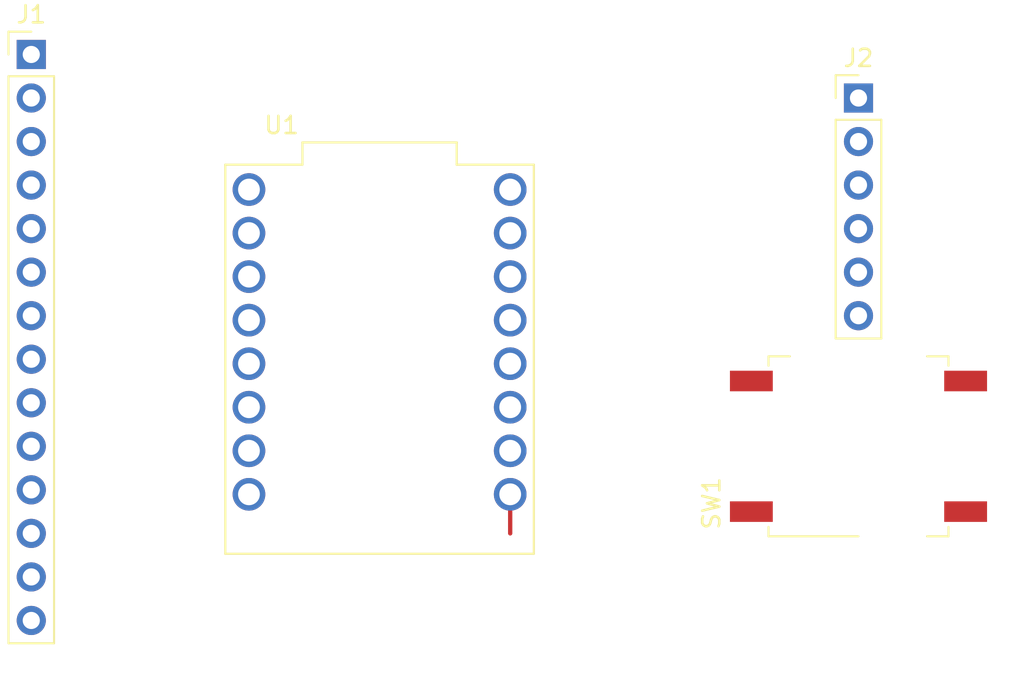
<source format=kicad_pcb>
(kicad_pcb (version 20211014) (generator pcbnew)
  (layers (0 "F.Cu" signal) (31 "B.Cu" signal) (34 "B.Paste" user) (35 "F.Paste" user) (36 "B.SilkS" user "B.Silkscreen") (37 "F.SilkS" user "F.Silkscreen") (38 "B.Mask" user) (39 "F.Mask" user) (44 "Edge.Cuts" user))
  (net 0 "")
  (net 10 "Net-(J1-Pad6)")
  (net 11 "+5V")
  (net 12 "Net-(J1-Pad8)")
  (net 13 "Net-(J1-Pad9)")
  (net 14 "Net-(J1-Pad10)")
  (net 15 "Net-(J1-Pad11)")
  (net 16 "Net-(J1-Pad12)")
  (net 17 "GND")
  (net 18 "unconnected-(U1-Pad0)")
  (net 19 "Net-(U1-Pad10)")
  (net 20 "Net-(U1-Pad8)")
  (net 21 "Net-(U1-Pad9)")
  (net 24 "+3V3")
  (footprint "Connector_PinHeader_2.54mm:PinHeader_1x14_P2.54mm_Vertical" (layer "F.Cu") (at 137.16 71.12)
    (fp_text reference "J1" (at 0 -2.33) (layer "F.SilkS"))
    (fp_text value "TFT")
    (fp_line (start 1.33 1.27) (end 1.33 34.35) (layer "F.SilkS") (width 0.12))
    (fp_line (start -1.33 1.27) (end 1.33 1.27) (layer "F.SilkS") (width 0.12))
    (fp_line (start -1.33 -1.33) (end 0 -1.33) (layer "F.SilkS") (width 0.12))
    (fp_line (start -1.33 1.27) (end -1.33 34.35) (layer "F.SilkS") (width 0.12))
    (fp_line (start -1.33 34.35) (end 1.33 34.35) (layer "F.SilkS") (width 0.12))
    (fp_line (start -1.33 0) (end -1.33 -1.33) (layer "F.SilkS") (width 0.12))
    (pad "1" thru_hole rect (at 0 0) (size 1.7 1.7) (drill 1) (layers *.Cu *.Mask))
    (pad "2" thru_hole oval (at 0 2.54) (size 1.7 1.7) (drill 1) (layers *.Cu *.Mask))
    (pad "3" thru_hole oval (at 0 5.08) (size 1.7 1.7) (drill 1) (layers *.Cu *.Mask))
    (pad "4" thru_hole oval (at 0 7.62) (size 1.7 1.7) (drill 1) (layers *.Cu *.Mask))
    (pad "5" thru_hole oval (at 0 10.16) (size 1.7 1.7) (drill 1) (layers *.Cu *.Mask))
    (pad "6" thru_hole oval (at 0 12.7) (size 1.7 1.7) (drill 1) (layers *.Cu *.Mask) (net 10 "Net-(J1-Pad6)"))
    (pad "7" thru_hole oval (at 0 15.24) (size 1.7 1.7) (drill 1) (layers *.Cu *.Mask) (net 11 "+5V"))
    (pad "8" thru_hole oval (at 0 17.78) (size 1.7 1.7) (drill 1) (layers *.Cu *.Mask) (net 12 "Net-(J1-Pad8)"))
    (pad "9" thru_hole oval (at 0 20.32) (size 1.7 1.7) (drill 1) (layers *.Cu *.Mask) (net 13 "Net-(J1-Pad9)"))
    (pad "10" thru_hole oval (at 0 22.86) (size 1.7 1.7) (drill 1) (layers *.Cu *.Mask) (net 14 "Net-(J1-Pad10)"))
    (pad "11" thru_hole oval (at 0 25.4) (size 1.7 1.7) (drill 1) (layers *.Cu *.Mask) (net 15 "Net-(J1-Pad11)"))
    (pad "12" thru_hole oval (at 0 27.94) (size 1.7 1.7) (drill 1) (layers *.Cu *.Mask) (net 16 "Net-(J1-Pad12)"))
    (pad "13" thru_hole oval (at 0 30.48) (size 1.7 1.7) (drill 1) (layers *.Cu *.Mask) (net 17 "GND"))
    (pad "14" thru_hole oval (at 0 33.02) (size 1.7 1.7) (drill 1) (layers *.Cu *.Mask) (net 11 "+5V"))
  )
  (footprint "Connector_PinHeader_2.54mm:PinHeader_1x06_P2.54mm_Vertical" (layer "F.Cu") (at 185.42 73.66)
    (fp_text reference "J2" (at 0 -2.33) (layer "F.SilkS"))
    (fp_text value "Conn_01x06_Female")
    (fp_line (start -1.33 0) (end -1.33 -1.33) (layer "F.SilkS") (width 0.12))
    (fp_line (start -1.33 14.03) (end 1.33 14.03) (layer "F.SilkS") (width 0.12))
    (fp_line (start -1.33 -1.33) (end 0 -1.33) (layer "F.SilkS") (width 0.12))
    (fp_line (start -1.33 1.27) (end 1.33 1.27) (layer "F.SilkS") (width 0.12))
    (fp_line (start -1.33 1.27) (end -1.33 14.03) (layer "F.SilkS") (width 0.12))
    (fp_line (start 1.33 1.27) (end 1.33 14.03) (layer "F.SilkS") (width 0.12))
    (pad "1" thru_hole rect (at 0 0) (size 1.7 1.7) (drill 1) (layers *.Cu *.Mask))
    (pad "2" thru_hole oval (at 0 2.54) (size 1.7 1.7) (drill 1) (layers *.Cu *.Mask))
    (pad "3" thru_hole oval (at 0 5.08) (size 1.7 1.7) (drill 1) (layers *.Cu *.Mask) (net 21 "Net-(U1-Pad9)"))
    (pad "4" thru_hole oval (at 0 7.62) (size 1.7 1.7) (drill 1) (layers *.Cu *.Mask) (net 20 "Net-(U1-Pad8)"))
    (pad "5" thru_hole oval (at 0 10.16) (size 1.7 1.7) (drill 1) (layers *.Cu *.Mask) (net 24 "+3V3"))
    (pad "6" thru_hole oval (at 0 12.7) (size 1.7 1.7) (drill 1) (layers *.Cu *.Mask) (net 17 "GND"))
  )
  (footprint "Button_Switch_SMD:SW_MEC_5GSH9" (layer "F.Cu") (at 185.42 93.98 90)
    (fp_text reference "SW1" (at -3.325 -8.575 90) (layer "F.SilkS"))
    (fp_text value "SW_MEC_5G")
    (fp_line (start 5.25 -5.25) (end 5.25 -4) (layer "F.SilkS") (width 0.12))
    (fp_line (start 4.7 5.25) (end 5.25 5.25) (layer "F.SilkS") (width 0.12))
    (fp_line (start -4.7 -5.25) (end -5.25 -5.25) (layer "F.SilkS") (width 0.12))
    (fp_line (start -5.25 5.25) (end -5.25 4) (layer "F.SilkS") (width 0.12))
    (fp_line (start -5.25 -5.25) (end -5.25 0) (layer "F.SilkS") (width 0.12))
    (fp_line (start 5.25 5.25) (end 5.25 4) (layer "F.SilkS") (width 0.12))
    (fp_line (start 4.7 -5.25) (end 5.25 -5.25) (layer "F.SilkS") (width 0.12))
    (fp_line (start -4.7 5.25) (end -5.25 5.25) (layer "F.SilkS") (width 0.12))
    (pad "1" smd rect (at -3.81 -6.25 180) (size 2.5 1.2) (layers "F.Cu" "F.Paste" "F.Mask") (net 19 "Net-(U1-Pad10)"))
    (pad "2" smd rect (at -3.81 6.25 180) (size 2.5 1.2) (layers "F.Cu" "F.Paste" "F.Mask") (net 19 "Net-(U1-Pad10)"))
    (pad "3" smd rect (at 3.81 -6.25 180) (size 2.5 1.2) (layers "F.Cu" "F.Paste" "F.Mask") (net 17 "GND"))
    (pad "4" smd rect (at 3.81 6.25 180) (size 2.5 1.2) (layers "F.Cu" "F.Paste" "F.Mask") (net 17 "GND"))
  )
  (footprint "Components:MODULE_ESP32-C3_SUPERMINI" (layer "F.Cu") (at 157.48 88.9)
    (fp_text reference "U1" (at -5.715 -13.6525) (layer "F.SilkS"))
    (fp_text value "ESP32-C3_SUPERMINI")
    (fp_line (start 4.5 -12.65) (end -4.5 -12.65) (layer "F.SilkS") (width 0.127))
    (fp_line (start -4.5 -12.65) (end -4.5 -11.35) (layer "F.SilkS") (width 0.127))
    (fp_line (start 9 11.35) (end 9 -11.35) (layer "F.SilkS") (width 0.127))
    (fp_line (start -9 11.35) (end -9 -11.35) (layer "F.SilkS") (width 0.127))
    (fp_line (start 4.5 -12.65) (end 4.5 -11.35) (layer "F.SilkS") (width 0.127))
    (fp_line (start 9 11.35) (end -9 11.35) (layer "F.SilkS") (width 0.127))
    (fp_line (start 9 -11.35) (end 4.5 -11.35) (layer "F.SilkS") (width 0.127))
    (fp_line (start -4.5 -11.35) (end -9 -11.35) (layer "F.SilkS") (width 0.127))
    (pad "0" thru_hole circle (at 7.62 7.88) (size 1.905 1.905) (drill 1.27) (layers *.Cu *.Mask) (net 18 "unconnected-(U1-Pad0)"))
    (pad "1" thru_hole circle (at 7.62 5.34) (size 1.905 1.905) (drill 1.27) (layers *.Cu *.Mask))
    (pad "2" thru_hole circle (at 7.62 2.8) (size 1.905 1.905) (drill 1.27) (layers *.Cu *.Mask))
    (pad "3" thru_hole circle (at 7.62 0.26) (size 1.905 1.905) (drill 1.27) (layers *.Cu *.Mask))
    (pad "3.3" thru_hole circle (at 7.62 -4.82) (size 1.905 1.905) (drill 1.27) (layers *.Cu *.Mask))
    (pad "4" thru_hole circle (at 7.62 -2.28) (size 1.905 1.905) (drill 1.27) (layers *.Cu *.Mask) (net 12 "Net-(J1-Pad8)"))
    (pad "5" thru_hole circle (at -7.62 -9.9) (size 1.905 1.905) (drill 1.27) (layers *.Cu *.Mask) (net 10 "Net-(J1-Pad6)"))
    (pad "5V" thru_hole circle (at 7.62 -9.9) (size 1.905 1.905) (drill 1.27) (layers *.Cu *.Mask) (net 11 "+5V"))
    (pad "6" thru_hole circle (at -7.62 -7.36) (size 1.905 1.905) (drill 1.27) (layers *.Cu *.Mask) (net 13 "Net-(J1-Pad9)"))
    (pad "7" thru_hole circle (at -7.62 -4.82) (size 1.905 1.905) (drill 1.27) (layers *.Cu *.Mask) (net 16 "Net-(J1-Pad12)"))
    (pad "8" thru_hole circle (at -7.62 -2.28) (size 1.905 1.905) (drill 1.27) (layers *.Cu *.Mask) (net 20 "Net-(U1-Pad8)"))
    (pad "9" thru_hole circle (at -7.62 0.26) (size 1.905 1.905) (drill 1.27) (layers *.Cu *.Mask) (net 21 "Net-(U1-Pad9)"))
    (pad "10" thru_hole circle (at -7.62 2.8) (size 1.905 1.905) (drill 1.27) (layers *.Cu *.Mask) (net 19 "Net-(U1-Pad10)"))
    (pad "20" thru_hole circle (at -7.62 5.34) (size 1.905 1.905) (drill 1.27) (layers *.Cu *.Mask) (net 15 "Net-(J1-Pad11)"))
    (pad "21" thru_hole circle (at -7.62 7.88) (size 1.905 1.905) (drill 1.27) (layers *.Cu *.Mask) (net 14 "Net-(J1-Pad10)"))
    (pad "G" thru_hole circle (at 7.62 -7.36) (size 1.905 1.905) (drill 1.27) (layers *.Cu *.Mask) (net 17 "GND"))
  )
  (segment (start 165.1 99.06) (end 165.1 96.78) (width 0.25) (layer "F.Cu") (net 18))
)
</source>
